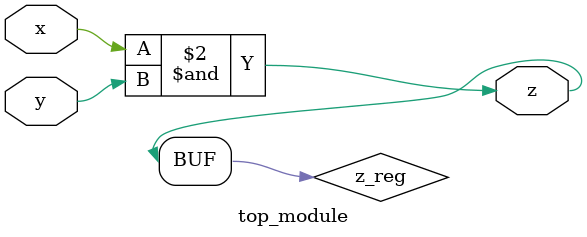
<source format=sv>
module top_module(
  input x,
  input y,
  output z);

  reg z_reg;

  always @(x or y)
    begin
      z_reg = x & y;
    end

  assign z = z_reg;

endmodule

</source>
